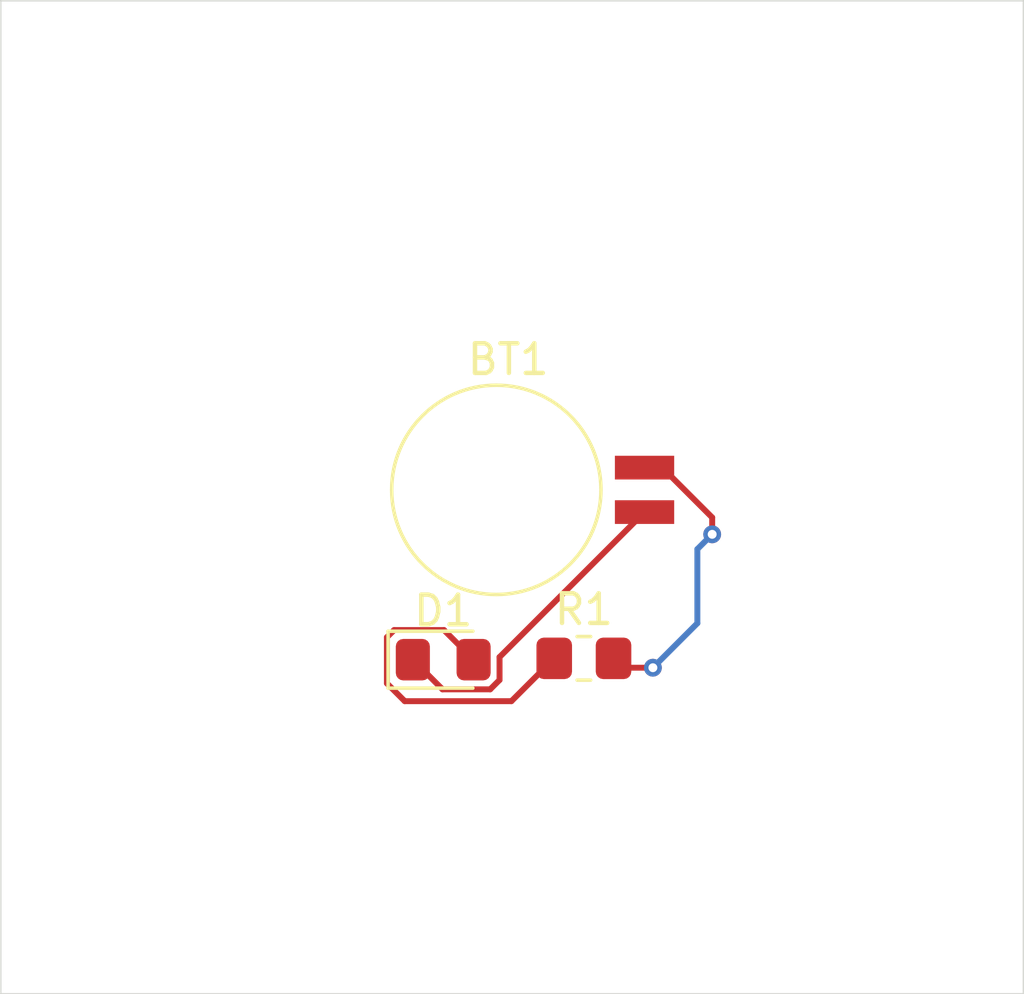
<source format=kicad_pcb>
(kicad_pcb (version 20240108) (generator "pcbnew") (generator_version "8.0")
  (title_block (title "LED Demo") (date "2024-10-29") (rev "1.0") (company "Formula Slug"))
  (layers (0 "F.Cu" signal) (31 "B.Cu" signal) (34 "B.Paste" user) (35 "F.Paste" user) (36 "B.SilkS" user "B.Silkscreen") (37 "F.SilkS" user "F.Silkscreen") (38 "B.Mask" user) (39 "F.Mask" user) (44 "Edge.Cuts" user))
  (net 0 "")
  (net 1 "Net-(BT1--)")
  (net 2 "Net-(BT1-+)")
  (net 3 "Net-(D1-A)")
  (footprint "Resistor_SMD:R_0805_2012Metric_Pad1.20x1.40mm_HandSolder" (layer "F.Cu") (at 147.671898 108.183796)
    (property "Reference" "R1" (at 0 -1.65 0) (layer "F.SilkS"))
    (property "Value" "R")
    (fp_line (start -0.227064 -0.735) (end 0.227064 -0.735) (stroke (width 0.12)) (layer "F.SilkS"))
    (fp_line (start -0.227064 0.735) (end 0.227064 0.735) (stroke (width 0.12)) (layer "F.SilkS"))
    (pad "1" smd roundrect (at -1 0) (size 1.2 1.4) (layers "F.Cu" "F.Paste" "F.Mask") (roundrect_rratio 0.208333) (net 3 "Net-(D1-A)"))
    (pad "2" smd roundrect (at 1 0) (size 1.2 1.4) (layers "F.Cu" "F.Paste" "F.Mask") (roundrect_rratio 0.208333) (net 2 "Net-(BT1-+)"))
  )
  (footprint "LED_SMD:LED_0805_2012Metric_Pad1.15x1.40mm_HandSolder" (layer "F.Cu") (at 142.926898 108.228796)
    (property "Reference" "D1" (at 0 -1.65 0) (layer "F.SilkS"))
    (property "Value" "LED")
    (fp_line (start -1.86 -0.96) (end -1.86 0.96) (stroke (width 0.12)) (layer "F.SilkS"))
    (fp_line (start -1.86 0.96) (end 1 0.96) (stroke (width 0.12)) (layer "F.SilkS"))
    (fp_line (start 1 -0.96) (end -1.86 -0.96) (stroke (width 0.12)) (layer "F.SilkS"))
    (pad "1" smd roundrect (at -1.025 0) (size 1.15 1.4) (layers "F.Cu" "F.Paste" "F.Mask") (roundrect_rratio 0.217391) (net 1 "Net-(BT1--)"))
    (pad "2" smd roundrect (at 1.025 0) (size 1.15 1.4) (layers "F.Cu" "F.Paste" "F.Mask") (roundrect_rratio 0.217391) (net 3 "Net-(D1-A)"))
  )
  (footprint "Battery:BatteryHolder_Seiko_MS621F" (layer "F.Cu") (at 149.718102 102.5)
    (property "Reference" "BT1" (at -4.6 -4.4 0) (layer "F.SilkS"))
    (property "Value" "Battery_Cell")
    (fp_circle (center -5 0) (end -1.47 0) (stroke (width 0.12)) (fill none) (layer "F.SilkS"))
    (pad "1" smd rect (at 0 -0.75) (size 2 0.8) (layers "F.Cu" "F.Paste" "F.Mask") (net 2 "Net-(BT1-+)"))
    (pad "2" smd rect (at 0 0.75) (size 2 0.8) (layers "F.Cu" "F.Paste" "F.Mask") (net 1 "Net-(BT1--)"))
  )
  (gr_rect (start 128 86) (end 162.5 119.5) (stroke (width 0.05)) (fill none) (layer "Edge.Cuts"))
  (segment (start 144.511642 109.228796) (end 142.901898 109.228796) (width 0.2) (layer "F.Cu") (net 1))
  (segment (start 142.901898 109.228796) (end 141.901898 108.228796) (width 0.2) (layer "F.Cu") (net 1))
  (segment (start 144.826898 108.91354) (end 144.511642 109.228796) (width 0.2) (layer "F.Cu") (net 1))
  (segment (start 149.718102 103.25) (end 144.826898 108.141204) (width 0.2) (layer "F.Cu") (net 1))
  (segment (start 144.826898 108.141204) (end 144.826898 108.91354) (width 0.2) (layer "F.Cu") (net 1))
  (segment (start 152 103.431898) (end 152 104) (width 0.2) (layer "F.Cu") (net 2))
  (segment (start 150.318102 101.75) (end 152 103.431898) (width 0.2) (layer "F.Cu") (net 2))
  (segment (start 148.988102 108.5) (end 148.671898 108.183796) (width 0.2) (layer "F.Cu") (net 2))
  (segment (start 150 108.5) (end 148.988102 108.5) (width 0.2) (layer "F.Cu") (net 2))
  (segment (start 149.718102 101.75) (end 150.318102 101.75) (width 0.2) (layer "F.Cu") (net 2))
  (via (at 152 104) (size 0.6) (drill 0.3) (layers "F.Cu" "B.Cu") (net 2))
  (via (at 150 108.5) (size 0.6) (drill 0.3) (layers "F.Cu" "B.Cu") (net 2))
  (segment (start 152 104) (end 151.5 104.5) (width 0.2) (layer "B.Cu") (net 2))
  (segment (start 151.5 104.5) (end 151.5 107) (width 0.2) (layer "B.Cu") (net 2))
  (segment (start 151.5 107) (end 150 108.5) (width 0.2) (layer "B.Cu") (net 2))
  (segment (start 145.226898 109.628796) (end 146.671898 108.183796) (width 0.2) (layer "F.Cu") (net 3))
  (segment (start 141.628796 109.628796) (end 145.226898 109.628796) (width 0.2) (layer "F.Cu") (net 3))
  (segment (start 141.271204 107.228796) (end 141.026898 107.473102) (width 0.2) (layer "F.Cu") (net 3))
  (segment (start 143.951898 108.228796) (end 142.951898 107.228796) (width 0.2) (layer "F.Cu") (net 3))
  (segment (start 141.026898 107.473102) (end 141.026898 109.026898) (width 0.2) (layer "F.Cu") (net 3))
  (segment (start 141.026898 109.026898) (end 141.628796 109.628796) (width 0.2) (layer "F.Cu") (net 3))
  (segment (start 142.951898 107.228796) (end 141.271204 107.228796) (width 0.2) (layer "F.Cu") (net 3))
)
</source>
